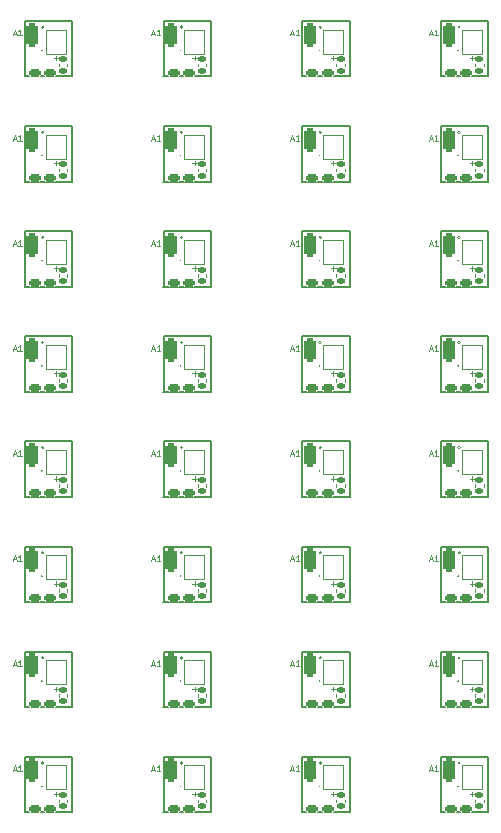
<source format=gbr>
G04 #@! TF.GenerationSoftware,KiCad,Pcbnew,7.0.7-7.0.7~ubuntu22.04.1*
G04 #@! TF.CreationDate,2024-03-29T17:55:08+00:00*
G04 #@! TF.ProjectId,receiver6_rep,72656365-6976-4657-9236-5f7265702e6b,rev?*
G04 #@! TF.SameCoordinates,Original*
G04 #@! TF.FileFunction,Legend,Top*
G04 #@! TF.FilePolarity,Positive*
%FSLAX46Y46*%
G04 Gerber Fmt 4.6, Leading zero omitted, Abs format (unit mm)*
G04 Created by KiCad (PCBNEW 7.0.7-7.0.7~ubuntu22.04.1) date 2024-03-29 17:55:08*
%MOMM*%
%LPD*%
G01*
G04 APERTURE LIST*
G04 Aperture macros list*
%AMRoundRect*
0 Rectangle with rounded corners*
0 $1 Rounding radius*
0 $2 $3 $4 $5 $6 $7 $8 $9 X,Y pos of 4 corners*
0 Add a 4 corners polygon primitive as box body*
4,1,4,$2,$3,$4,$5,$6,$7,$8,$9,$2,$3,0*
0 Add four circle primitives for the rounded corners*
1,1,$1+$1,$2,$3*
1,1,$1+$1,$4,$5*
1,1,$1+$1,$6,$7*
1,1,$1+$1,$8,$9*
0 Add four rect primitives between the rounded corners*
20,1,$1+$1,$2,$3,$4,$5,0*
20,1,$1+$1,$4,$5,$6,$7,0*
20,1,$1+$1,$6,$7,$8,$9,0*
20,1,$1+$1,$8,$9,$2,$3,0*%
G04 Aperture macros list end*
%ADD10C,0.150000*%
%ADD11C,0.125000*%
%ADD12C,0.120000*%
%ADD13R,4.000000X0.700000*%
%ADD14RoundRect,0.162500X0.362500X-0.162500X0.362500X0.162500X-0.362500X0.162500X-0.362500X-0.162500X0*%
%ADD15RoundRect,0.140000X-0.170000X0.140000X-0.170000X-0.140000X0.170000X-0.140000X0.170000X0.140000X0*%
%ADD16R,0.500000X0.400000*%
%ADD17RoundRect,0.250000X-0.250000X-0.750000X0.250000X-0.750000X0.250000X0.750000X-0.250000X0.750000X0*%
%ADD18C,0.227000*%
G04 APERTURE END LIST*
D10*
X67195000Y-48600000D02*
X71205000Y-48600000D01*
X82960000Y-43900000D02*
X82960000Y-48600000D01*
X94710000Y-88400000D02*
X94710000Y-93100000D01*
X71210000Y-61700000D02*
X71210000Y-66400000D01*
X78950000Y-61700000D02*
X82960000Y-61700000D01*
X78945000Y-57500000D02*
X82955000Y-57500000D01*
X90700000Y-61700000D02*
X94710000Y-61700000D01*
X55450000Y-57500000D02*
X55450000Y-52800000D01*
X94710000Y-52800000D02*
X94710000Y-57500000D01*
X78950000Y-79500000D02*
X82960000Y-79500000D01*
X71210000Y-79500000D02*
X71210000Y-84200000D01*
X82960000Y-88400000D02*
X82960000Y-93100000D01*
X59460000Y-79500000D02*
X59460000Y-84200000D01*
X90695000Y-110900000D02*
X94705000Y-110900000D01*
X55450000Y-102000000D02*
X55450000Y-97300000D01*
X55450000Y-43900000D02*
X59460000Y-43900000D01*
X55445000Y-110900000D02*
X59455000Y-110900000D01*
X55445000Y-84200000D02*
X59455000Y-84200000D01*
X59460000Y-88400000D02*
X59460000Y-93100000D01*
X67200000Y-61700000D02*
X71210000Y-61700000D01*
X90695000Y-75300000D02*
X94705000Y-75300000D01*
X82960000Y-97300000D02*
X82960000Y-102000000D01*
X67200000Y-52800000D02*
X71210000Y-52800000D01*
X55450000Y-52800000D02*
X59460000Y-52800000D01*
X59460000Y-43900000D02*
X59460000Y-48600000D01*
X90700000Y-84200000D02*
X90700000Y-79500000D01*
X67200000Y-66400000D02*
X67200000Y-61700000D01*
X67200000Y-84200000D02*
X67200000Y-79500000D01*
X90695000Y-66400000D02*
X94705000Y-66400000D01*
X55450000Y-93100000D02*
X55450000Y-88400000D01*
X71210000Y-43900000D02*
X71210000Y-48600000D01*
X90695000Y-84200000D02*
X94705000Y-84200000D01*
X55445000Y-93100000D02*
X59455000Y-93100000D01*
X78950000Y-110900000D02*
X78950000Y-106200000D01*
X94710000Y-70600000D02*
X94710000Y-75300000D01*
X55450000Y-79500000D02*
X59460000Y-79500000D01*
X78945000Y-48600000D02*
X82955000Y-48600000D01*
X90700000Y-79500000D02*
X94710000Y-79500000D01*
X59460000Y-52800000D02*
X59460000Y-57500000D01*
X90695000Y-93100000D02*
X94705000Y-93100000D01*
X78950000Y-106200000D02*
X82960000Y-106200000D01*
X90700000Y-75300000D02*
X90700000Y-70600000D01*
X55450000Y-48600000D02*
X55450000Y-43900000D01*
X71210000Y-52800000D02*
X71210000Y-57500000D01*
X90700000Y-110900000D02*
X90700000Y-106200000D01*
X55450000Y-61700000D02*
X59460000Y-61700000D01*
X78945000Y-93100000D02*
X82955000Y-93100000D01*
X55445000Y-102000000D02*
X59455000Y-102000000D01*
X82960000Y-106200000D02*
X82960000Y-110900000D01*
X78950000Y-70600000D02*
X82960000Y-70600000D01*
X55450000Y-84200000D02*
X55450000Y-79500000D01*
X67195000Y-84200000D02*
X71205000Y-84200000D01*
X90700000Y-93100000D02*
X90700000Y-88400000D01*
X67200000Y-88400000D02*
X71210000Y-88400000D01*
X90700000Y-43900000D02*
X94710000Y-43900000D01*
X78945000Y-75300000D02*
X82955000Y-75300000D01*
X59460000Y-106200000D02*
X59460000Y-110900000D01*
X55445000Y-75300000D02*
X59455000Y-75300000D01*
X90700000Y-102000000D02*
X90700000Y-97300000D01*
X55450000Y-88400000D02*
X59460000Y-88400000D01*
X90700000Y-48600000D02*
X90700000Y-43900000D01*
X90695000Y-48600000D02*
X94705000Y-48600000D01*
X55445000Y-57500000D02*
X59455000Y-57500000D01*
X78950000Y-52800000D02*
X82960000Y-52800000D01*
X78950000Y-66400000D02*
X78950000Y-61700000D01*
X55450000Y-110900000D02*
X55450000Y-106200000D01*
X67195000Y-102000000D02*
X71205000Y-102000000D01*
X90700000Y-70600000D02*
X94710000Y-70600000D01*
X82960000Y-79500000D02*
X82960000Y-84200000D01*
X67200000Y-48600000D02*
X67200000Y-43900000D01*
X78950000Y-84200000D02*
X78950000Y-79500000D01*
X55445000Y-66400000D02*
X59455000Y-66400000D01*
X78950000Y-48600000D02*
X78950000Y-43900000D01*
X78945000Y-102000000D02*
X82955000Y-102000000D01*
X94710000Y-79500000D02*
X94710000Y-84200000D01*
X67200000Y-75300000D02*
X67200000Y-70600000D01*
X59460000Y-97300000D02*
X59460000Y-102000000D01*
X82960000Y-52800000D02*
X82960000Y-57500000D01*
X90700000Y-57500000D02*
X90700000Y-52800000D01*
X67200000Y-43900000D02*
X71210000Y-43900000D01*
X55450000Y-97300000D02*
X59460000Y-97300000D01*
X78950000Y-88400000D02*
X82960000Y-88400000D01*
X55445000Y-48600000D02*
X59455000Y-48600000D01*
X67200000Y-102000000D02*
X67200000Y-97300000D01*
X71210000Y-97300000D02*
X71210000Y-102000000D01*
X78950000Y-43900000D02*
X82960000Y-43900000D01*
X59460000Y-61700000D02*
X59460000Y-66400000D01*
X94710000Y-97300000D02*
X94710000Y-102000000D01*
X71210000Y-88400000D02*
X71210000Y-93100000D01*
X90700000Y-106200000D02*
X94710000Y-106200000D01*
X78950000Y-75300000D02*
X78950000Y-70600000D01*
X67200000Y-93100000D02*
X67200000Y-88400000D01*
X90695000Y-102000000D02*
X94705000Y-102000000D01*
X55450000Y-66400000D02*
X55450000Y-61700000D01*
X94710000Y-61700000D02*
X94710000Y-66400000D01*
X90700000Y-52800000D02*
X94710000Y-52800000D01*
X67195000Y-75300000D02*
X71205000Y-75300000D01*
X67200000Y-70600000D02*
X71210000Y-70600000D01*
X67195000Y-93100000D02*
X71205000Y-93100000D01*
X78945000Y-110900000D02*
X82955000Y-110900000D01*
X78950000Y-57500000D02*
X78950000Y-52800000D01*
X67200000Y-110900000D02*
X67200000Y-106200000D01*
X90700000Y-66400000D02*
X90700000Y-61700000D01*
X67195000Y-110900000D02*
X71205000Y-110900000D01*
X78950000Y-97300000D02*
X82960000Y-97300000D01*
X67200000Y-106200000D02*
X71210000Y-106200000D01*
X67195000Y-66400000D02*
X71205000Y-66400000D01*
X78945000Y-84200000D02*
X82955000Y-84200000D01*
X71210000Y-106200000D02*
X71210000Y-110900000D01*
X67200000Y-79500000D02*
X71210000Y-79500000D01*
X67200000Y-97300000D02*
X71210000Y-97300000D01*
X55450000Y-106200000D02*
X59460000Y-106200000D01*
X90700000Y-97300000D02*
X94710000Y-97300000D01*
X78945000Y-66400000D02*
X82955000Y-66400000D01*
X71210000Y-70600000D02*
X71210000Y-75300000D01*
X94710000Y-43900000D02*
X94710000Y-48600000D01*
X82960000Y-61700000D02*
X82960000Y-66400000D01*
X90700000Y-88400000D02*
X94710000Y-88400000D01*
X94710000Y-106200000D02*
X94710000Y-110900000D01*
X82960000Y-70600000D02*
X82960000Y-75300000D01*
X55450000Y-70600000D02*
X59460000Y-70600000D01*
X78950000Y-102000000D02*
X78950000Y-97300000D01*
X78950000Y-93100000D02*
X78950000Y-88400000D01*
X67195000Y-57500000D02*
X71205000Y-57500000D01*
X59460000Y-70600000D02*
X59460000Y-75300000D01*
X90695000Y-57500000D02*
X94705000Y-57500000D01*
X67200000Y-57500000D02*
X67200000Y-52800000D01*
X55450000Y-75300000D02*
X55450000Y-70600000D01*
D11*
X80351283Y-99734690D02*
X80375093Y-99758500D01*
X80375093Y-99758500D02*
X80351283Y-99782309D01*
X80351283Y-99782309D02*
X80327474Y-99758500D01*
X80327474Y-99758500D02*
X80351283Y-99734690D01*
X80351283Y-99734690D02*
X80351283Y-99782309D01*
X69651283Y-47041833D02*
X70032236Y-47041833D01*
X69841759Y-47232309D02*
X69841759Y-46851357D01*
X57901283Y-73741833D02*
X58282236Y-73741833D01*
X58091759Y-73932309D02*
X58091759Y-73551357D01*
X81401283Y-109341833D02*
X81782236Y-109341833D01*
X81591759Y-109532309D02*
X81591759Y-109151357D01*
X81401283Y-91541833D02*
X81782236Y-91541833D01*
X81591759Y-91732309D02*
X81591759Y-91351357D01*
X69651283Y-82641833D02*
X70032236Y-82641833D01*
X69841759Y-82832309D02*
X69841759Y-82451357D01*
X93151283Y-82641833D02*
X93532236Y-82641833D01*
X93341759Y-82832309D02*
X93341759Y-82451357D01*
X56851283Y-64134690D02*
X56875093Y-64158500D01*
X56875093Y-64158500D02*
X56851283Y-64182309D01*
X56851283Y-64182309D02*
X56827474Y-64158500D01*
X56827474Y-64158500D02*
X56851283Y-64134690D01*
X56851283Y-64134690D02*
X56851283Y-64182309D01*
X80351283Y-90834690D02*
X80375093Y-90858500D01*
X80375093Y-90858500D02*
X80351283Y-90882309D01*
X80351283Y-90882309D02*
X80327474Y-90858500D01*
X80327474Y-90858500D02*
X80351283Y-90834690D01*
X80351283Y-90834690D02*
X80351283Y-90882309D01*
X69651283Y-55941833D02*
X70032236Y-55941833D01*
X69841759Y-56132309D02*
X69841759Y-55751357D01*
X54477474Y-89489452D02*
X54715569Y-89489452D01*
X54429855Y-89632309D02*
X54596521Y-89132309D01*
X54596521Y-89132309D02*
X54763188Y-89632309D01*
X55191759Y-89632309D02*
X54906045Y-89632309D01*
X55048902Y-89632309D02*
X55048902Y-89132309D01*
X55048902Y-89132309D02*
X55001283Y-89203738D01*
X55001283Y-89203738D02*
X54953664Y-89251357D01*
X54953664Y-89251357D02*
X54906045Y-89275166D01*
X68601283Y-90834690D02*
X68625093Y-90858500D01*
X68625093Y-90858500D02*
X68601283Y-90882309D01*
X68601283Y-90882309D02*
X68577474Y-90858500D01*
X68577474Y-90858500D02*
X68601283Y-90834690D01*
X68601283Y-90834690D02*
X68601283Y-90882309D01*
X81401283Y-73741833D02*
X81782236Y-73741833D01*
X81591759Y-73932309D02*
X81591759Y-73551357D01*
X66227474Y-80589452D02*
X66465569Y-80589452D01*
X66179855Y-80732309D02*
X66346521Y-80232309D01*
X66346521Y-80232309D02*
X66513188Y-80732309D01*
X66941759Y-80732309D02*
X66656045Y-80732309D01*
X66798902Y-80732309D02*
X66798902Y-80232309D01*
X66798902Y-80232309D02*
X66751283Y-80303738D01*
X66751283Y-80303738D02*
X66703664Y-80351357D01*
X66703664Y-80351357D02*
X66656045Y-80375166D01*
X54477474Y-62789452D02*
X54715569Y-62789452D01*
X54429855Y-62932309D02*
X54596521Y-62432309D01*
X54596521Y-62432309D02*
X54763188Y-62932309D01*
X55191759Y-62932309D02*
X54906045Y-62932309D01*
X55048902Y-62932309D02*
X55048902Y-62432309D01*
X55048902Y-62432309D02*
X55001283Y-62503738D01*
X55001283Y-62503738D02*
X54953664Y-62551357D01*
X54953664Y-62551357D02*
X54906045Y-62575166D01*
X54477474Y-71689452D02*
X54715569Y-71689452D01*
X54429855Y-71832309D02*
X54596521Y-71332309D01*
X54596521Y-71332309D02*
X54763188Y-71832309D01*
X55191759Y-71832309D02*
X54906045Y-71832309D01*
X55048902Y-71832309D02*
X55048902Y-71332309D01*
X55048902Y-71332309D02*
X55001283Y-71403738D01*
X55001283Y-71403738D02*
X54953664Y-71451357D01*
X54953664Y-71451357D02*
X54906045Y-71475166D01*
X80351283Y-73034690D02*
X80375093Y-73058500D01*
X80375093Y-73058500D02*
X80351283Y-73082309D01*
X80351283Y-73082309D02*
X80327474Y-73058500D01*
X80327474Y-73058500D02*
X80351283Y-73034690D01*
X80351283Y-73034690D02*
X80351283Y-73082309D01*
X77977474Y-62789452D02*
X78215569Y-62789452D01*
X77929855Y-62932309D02*
X78096521Y-62432309D01*
X78096521Y-62432309D02*
X78263188Y-62932309D01*
X78691759Y-62932309D02*
X78406045Y-62932309D01*
X78548902Y-62932309D02*
X78548902Y-62432309D01*
X78548902Y-62432309D02*
X78501283Y-62503738D01*
X78501283Y-62503738D02*
X78453664Y-62551357D01*
X78453664Y-62551357D02*
X78406045Y-62575166D01*
X89727474Y-98389452D02*
X89965569Y-98389452D01*
X89679855Y-98532309D02*
X89846521Y-98032309D01*
X89846521Y-98032309D02*
X90013188Y-98532309D01*
X90441759Y-98532309D02*
X90156045Y-98532309D01*
X90298902Y-98532309D02*
X90298902Y-98032309D01*
X90298902Y-98032309D02*
X90251283Y-98103738D01*
X90251283Y-98103738D02*
X90203664Y-98151357D01*
X90203664Y-98151357D02*
X90156045Y-98175166D01*
X56851283Y-108634690D02*
X56875093Y-108658500D01*
X56875093Y-108658500D02*
X56851283Y-108682309D01*
X56851283Y-108682309D02*
X56827474Y-108658500D01*
X56827474Y-108658500D02*
X56851283Y-108634690D01*
X56851283Y-108634690D02*
X56851283Y-108682309D01*
X66227474Y-98389452D02*
X66465569Y-98389452D01*
X66179855Y-98532309D02*
X66346521Y-98032309D01*
X66346521Y-98032309D02*
X66513188Y-98532309D01*
X66941759Y-98532309D02*
X66656045Y-98532309D01*
X66798902Y-98532309D02*
X66798902Y-98032309D01*
X66798902Y-98032309D02*
X66751283Y-98103738D01*
X66751283Y-98103738D02*
X66703664Y-98151357D01*
X66703664Y-98151357D02*
X66656045Y-98175166D01*
X68601283Y-73034690D02*
X68625093Y-73058500D01*
X68625093Y-73058500D02*
X68601283Y-73082309D01*
X68601283Y-73082309D02*
X68577474Y-73058500D01*
X68577474Y-73058500D02*
X68601283Y-73034690D01*
X68601283Y-73034690D02*
X68601283Y-73082309D01*
X54477474Y-44989452D02*
X54715569Y-44989452D01*
X54429855Y-45132309D02*
X54596521Y-44632309D01*
X54596521Y-44632309D02*
X54763188Y-45132309D01*
X55191759Y-45132309D02*
X54906045Y-45132309D01*
X55048902Y-45132309D02*
X55048902Y-44632309D01*
X55048902Y-44632309D02*
X55001283Y-44703738D01*
X55001283Y-44703738D02*
X54953664Y-44751357D01*
X54953664Y-44751357D02*
X54906045Y-44775166D01*
X68601283Y-108634690D02*
X68625093Y-108658500D01*
X68625093Y-108658500D02*
X68601283Y-108682309D01*
X68601283Y-108682309D02*
X68577474Y-108658500D01*
X68577474Y-108658500D02*
X68601283Y-108634690D01*
X68601283Y-108634690D02*
X68601283Y-108682309D01*
X89727474Y-44989452D02*
X89965569Y-44989452D01*
X89679855Y-45132309D02*
X89846521Y-44632309D01*
X89846521Y-44632309D02*
X90013188Y-45132309D01*
X90441759Y-45132309D02*
X90156045Y-45132309D01*
X90298902Y-45132309D02*
X90298902Y-44632309D01*
X90298902Y-44632309D02*
X90251283Y-44703738D01*
X90251283Y-44703738D02*
X90203664Y-44751357D01*
X90203664Y-44751357D02*
X90156045Y-44775166D01*
X68601283Y-99734690D02*
X68625093Y-99758500D01*
X68625093Y-99758500D02*
X68601283Y-99782309D01*
X68601283Y-99782309D02*
X68577474Y-99758500D01*
X68577474Y-99758500D02*
X68601283Y-99734690D01*
X68601283Y-99734690D02*
X68601283Y-99782309D01*
X93151283Y-91541833D02*
X93532236Y-91541833D01*
X93341759Y-91732309D02*
X93341759Y-91351357D01*
X92101283Y-55234690D02*
X92125093Y-55258500D01*
X92125093Y-55258500D02*
X92101283Y-55282309D01*
X92101283Y-55282309D02*
X92077474Y-55258500D01*
X92077474Y-55258500D02*
X92101283Y-55234690D01*
X92101283Y-55234690D02*
X92101283Y-55282309D01*
X80351283Y-64134690D02*
X80375093Y-64158500D01*
X80375093Y-64158500D02*
X80351283Y-64182309D01*
X80351283Y-64182309D02*
X80327474Y-64158500D01*
X80327474Y-64158500D02*
X80351283Y-64134690D01*
X80351283Y-64134690D02*
X80351283Y-64182309D01*
X56851283Y-46334690D02*
X56875093Y-46358500D01*
X56875093Y-46358500D02*
X56851283Y-46382309D01*
X56851283Y-46382309D02*
X56827474Y-46358500D01*
X56827474Y-46358500D02*
X56851283Y-46334690D01*
X56851283Y-46334690D02*
X56851283Y-46382309D01*
X68601283Y-64134690D02*
X68625093Y-64158500D01*
X68625093Y-64158500D02*
X68601283Y-64182309D01*
X68601283Y-64182309D02*
X68577474Y-64158500D01*
X68577474Y-64158500D02*
X68601283Y-64134690D01*
X68601283Y-64134690D02*
X68601283Y-64182309D01*
X66227474Y-89489452D02*
X66465569Y-89489452D01*
X66179855Y-89632309D02*
X66346521Y-89132309D01*
X66346521Y-89132309D02*
X66513188Y-89632309D01*
X66941759Y-89632309D02*
X66656045Y-89632309D01*
X66798902Y-89632309D02*
X66798902Y-89132309D01*
X66798902Y-89132309D02*
X66751283Y-89203738D01*
X66751283Y-89203738D02*
X66703664Y-89251357D01*
X66703664Y-89251357D02*
X66656045Y-89275166D01*
X92101283Y-108634690D02*
X92125093Y-108658500D01*
X92125093Y-108658500D02*
X92101283Y-108682309D01*
X92101283Y-108682309D02*
X92077474Y-108658500D01*
X92077474Y-108658500D02*
X92101283Y-108634690D01*
X92101283Y-108634690D02*
X92101283Y-108682309D01*
X93151283Y-64841833D02*
X93532236Y-64841833D01*
X93341759Y-65032309D02*
X93341759Y-64651357D01*
X56851283Y-55234690D02*
X56875093Y-55258500D01*
X56875093Y-55258500D02*
X56851283Y-55282309D01*
X56851283Y-55282309D02*
X56827474Y-55258500D01*
X56827474Y-55258500D02*
X56851283Y-55234690D01*
X56851283Y-55234690D02*
X56851283Y-55282309D01*
X92101283Y-64134690D02*
X92125093Y-64158500D01*
X92125093Y-64158500D02*
X92101283Y-64182309D01*
X92101283Y-64182309D02*
X92077474Y-64158500D01*
X92077474Y-64158500D02*
X92101283Y-64134690D01*
X92101283Y-64134690D02*
X92101283Y-64182309D01*
X80351283Y-108634690D02*
X80375093Y-108658500D01*
X80375093Y-108658500D02*
X80351283Y-108682309D01*
X80351283Y-108682309D02*
X80327474Y-108658500D01*
X80327474Y-108658500D02*
X80351283Y-108634690D01*
X80351283Y-108634690D02*
X80351283Y-108682309D01*
X69651283Y-91541833D02*
X70032236Y-91541833D01*
X69841759Y-91732309D02*
X69841759Y-91351357D01*
X56851283Y-81934690D02*
X56875093Y-81958500D01*
X56875093Y-81958500D02*
X56851283Y-81982309D01*
X56851283Y-81982309D02*
X56827474Y-81958500D01*
X56827474Y-81958500D02*
X56851283Y-81934690D01*
X56851283Y-81934690D02*
X56851283Y-81982309D01*
X89727474Y-53889452D02*
X89965569Y-53889452D01*
X89679855Y-54032309D02*
X89846521Y-53532309D01*
X89846521Y-53532309D02*
X90013188Y-54032309D01*
X90441759Y-54032309D02*
X90156045Y-54032309D01*
X90298902Y-54032309D02*
X90298902Y-53532309D01*
X90298902Y-53532309D02*
X90251283Y-53603738D01*
X90251283Y-53603738D02*
X90203664Y-53651357D01*
X90203664Y-53651357D02*
X90156045Y-53675166D01*
X89727474Y-71689452D02*
X89965569Y-71689452D01*
X89679855Y-71832309D02*
X89846521Y-71332309D01*
X89846521Y-71332309D02*
X90013188Y-71832309D01*
X90441759Y-71832309D02*
X90156045Y-71832309D01*
X90298902Y-71832309D02*
X90298902Y-71332309D01*
X90298902Y-71332309D02*
X90251283Y-71403738D01*
X90251283Y-71403738D02*
X90203664Y-71451357D01*
X90203664Y-71451357D02*
X90156045Y-71475166D01*
X77977474Y-71689452D02*
X78215569Y-71689452D01*
X77929855Y-71832309D02*
X78096521Y-71332309D01*
X78096521Y-71332309D02*
X78263188Y-71832309D01*
X78691759Y-71832309D02*
X78406045Y-71832309D01*
X78548902Y-71832309D02*
X78548902Y-71332309D01*
X78548902Y-71332309D02*
X78501283Y-71403738D01*
X78501283Y-71403738D02*
X78453664Y-71451357D01*
X78453664Y-71451357D02*
X78406045Y-71475166D01*
X93151283Y-73741833D02*
X93532236Y-73741833D01*
X93341759Y-73932309D02*
X93341759Y-73551357D01*
X77977474Y-44989452D02*
X78215569Y-44989452D01*
X77929855Y-45132309D02*
X78096521Y-44632309D01*
X78096521Y-44632309D02*
X78263188Y-45132309D01*
X78691759Y-45132309D02*
X78406045Y-45132309D01*
X78548902Y-45132309D02*
X78548902Y-44632309D01*
X78548902Y-44632309D02*
X78501283Y-44703738D01*
X78501283Y-44703738D02*
X78453664Y-44751357D01*
X78453664Y-44751357D02*
X78406045Y-44775166D01*
X68601283Y-55234690D02*
X68625093Y-55258500D01*
X68625093Y-55258500D02*
X68601283Y-55282309D01*
X68601283Y-55282309D02*
X68577474Y-55258500D01*
X68577474Y-55258500D02*
X68601283Y-55234690D01*
X68601283Y-55234690D02*
X68601283Y-55282309D01*
X92101283Y-90834690D02*
X92125093Y-90858500D01*
X92125093Y-90858500D02*
X92101283Y-90882309D01*
X92101283Y-90882309D02*
X92077474Y-90858500D01*
X92077474Y-90858500D02*
X92101283Y-90834690D01*
X92101283Y-90834690D02*
X92101283Y-90882309D01*
X69651283Y-64841833D02*
X70032236Y-64841833D01*
X69841759Y-65032309D02*
X69841759Y-64651357D01*
X69651283Y-73741833D02*
X70032236Y-73741833D01*
X69841759Y-73932309D02*
X69841759Y-73551357D01*
X81401283Y-82641833D02*
X81782236Y-82641833D01*
X81591759Y-82832309D02*
X81591759Y-82451357D01*
X57901283Y-64841833D02*
X58282236Y-64841833D01*
X58091759Y-65032309D02*
X58091759Y-64651357D01*
X89727474Y-62789452D02*
X89965569Y-62789452D01*
X89679855Y-62932309D02*
X89846521Y-62432309D01*
X89846521Y-62432309D02*
X90013188Y-62932309D01*
X90441759Y-62932309D02*
X90156045Y-62932309D01*
X90298902Y-62932309D02*
X90298902Y-62432309D01*
X90298902Y-62432309D02*
X90251283Y-62503738D01*
X90251283Y-62503738D02*
X90203664Y-62551357D01*
X90203664Y-62551357D02*
X90156045Y-62575166D01*
X93151283Y-109341833D02*
X93532236Y-109341833D01*
X93341759Y-109532309D02*
X93341759Y-109151357D01*
X81401283Y-55941833D02*
X81782236Y-55941833D01*
X81591759Y-56132309D02*
X81591759Y-55751357D01*
X80351283Y-46334690D02*
X80375093Y-46358500D01*
X80375093Y-46358500D02*
X80351283Y-46382309D01*
X80351283Y-46382309D02*
X80327474Y-46358500D01*
X80327474Y-46358500D02*
X80351283Y-46334690D01*
X80351283Y-46334690D02*
X80351283Y-46382309D01*
X81401283Y-64841833D02*
X81782236Y-64841833D01*
X81591759Y-65032309D02*
X81591759Y-64651357D01*
X57901283Y-82641833D02*
X58282236Y-82641833D01*
X58091759Y-82832309D02*
X58091759Y-82451357D01*
X77977474Y-107289452D02*
X78215569Y-107289452D01*
X77929855Y-107432309D02*
X78096521Y-106932309D01*
X78096521Y-106932309D02*
X78263188Y-107432309D01*
X78691759Y-107432309D02*
X78406045Y-107432309D01*
X78548902Y-107432309D02*
X78548902Y-106932309D01*
X78548902Y-106932309D02*
X78501283Y-107003738D01*
X78501283Y-107003738D02*
X78453664Y-107051357D01*
X78453664Y-107051357D02*
X78406045Y-107075166D01*
X54477474Y-107289452D02*
X54715569Y-107289452D01*
X54429855Y-107432309D02*
X54596521Y-106932309D01*
X54596521Y-106932309D02*
X54763188Y-107432309D01*
X55191759Y-107432309D02*
X54906045Y-107432309D01*
X55048902Y-107432309D02*
X55048902Y-106932309D01*
X55048902Y-106932309D02*
X55001283Y-107003738D01*
X55001283Y-107003738D02*
X54953664Y-107051357D01*
X54953664Y-107051357D02*
X54906045Y-107075166D01*
X77977474Y-80589452D02*
X78215569Y-80589452D01*
X77929855Y-80732309D02*
X78096521Y-80232309D01*
X78096521Y-80232309D02*
X78263188Y-80732309D01*
X78691759Y-80732309D02*
X78406045Y-80732309D01*
X78548902Y-80732309D02*
X78548902Y-80232309D01*
X78548902Y-80232309D02*
X78501283Y-80303738D01*
X78501283Y-80303738D02*
X78453664Y-80351357D01*
X78453664Y-80351357D02*
X78406045Y-80375166D01*
X57901283Y-109341833D02*
X58282236Y-109341833D01*
X58091759Y-109532309D02*
X58091759Y-109151357D01*
X66227474Y-62789452D02*
X66465569Y-62789452D01*
X66179855Y-62932309D02*
X66346521Y-62432309D01*
X66346521Y-62432309D02*
X66513188Y-62932309D01*
X66941759Y-62932309D02*
X66656045Y-62932309D01*
X66798902Y-62932309D02*
X66798902Y-62432309D01*
X66798902Y-62432309D02*
X66751283Y-62503738D01*
X66751283Y-62503738D02*
X66703664Y-62551357D01*
X66703664Y-62551357D02*
X66656045Y-62575166D01*
X57901283Y-91541833D02*
X58282236Y-91541833D01*
X58091759Y-91732309D02*
X58091759Y-91351357D01*
X68601283Y-46334690D02*
X68625093Y-46358500D01*
X68625093Y-46358500D02*
X68601283Y-46382309D01*
X68601283Y-46382309D02*
X68577474Y-46358500D01*
X68577474Y-46358500D02*
X68601283Y-46334690D01*
X68601283Y-46334690D02*
X68601283Y-46382309D01*
X69651283Y-100441833D02*
X70032236Y-100441833D01*
X69841759Y-100632309D02*
X69841759Y-100251357D01*
X66227474Y-44989452D02*
X66465569Y-44989452D01*
X66179855Y-45132309D02*
X66346521Y-44632309D01*
X66346521Y-44632309D02*
X66513188Y-45132309D01*
X66941759Y-45132309D02*
X66656045Y-45132309D01*
X66798902Y-45132309D02*
X66798902Y-44632309D01*
X66798902Y-44632309D02*
X66751283Y-44703738D01*
X66751283Y-44703738D02*
X66703664Y-44751357D01*
X66703664Y-44751357D02*
X66656045Y-44775166D01*
X56851283Y-73034690D02*
X56875093Y-73058500D01*
X56875093Y-73058500D02*
X56851283Y-73082309D01*
X56851283Y-73082309D02*
X56827474Y-73058500D01*
X56827474Y-73058500D02*
X56851283Y-73034690D01*
X56851283Y-73034690D02*
X56851283Y-73082309D01*
X92101283Y-99734690D02*
X92125093Y-99758500D01*
X92125093Y-99758500D02*
X92101283Y-99782309D01*
X92101283Y-99782309D02*
X92077474Y-99758500D01*
X92077474Y-99758500D02*
X92101283Y-99734690D01*
X92101283Y-99734690D02*
X92101283Y-99782309D01*
X93151283Y-55941833D02*
X93532236Y-55941833D01*
X93341759Y-56132309D02*
X93341759Y-55751357D01*
X54477474Y-98389452D02*
X54715569Y-98389452D01*
X54429855Y-98532309D02*
X54596521Y-98032309D01*
X54596521Y-98032309D02*
X54763188Y-98532309D01*
X55191759Y-98532309D02*
X54906045Y-98532309D01*
X55048902Y-98532309D02*
X55048902Y-98032309D01*
X55048902Y-98032309D02*
X55001283Y-98103738D01*
X55001283Y-98103738D02*
X54953664Y-98151357D01*
X54953664Y-98151357D02*
X54906045Y-98175166D01*
X89727474Y-89489452D02*
X89965569Y-89489452D01*
X89679855Y-89632309D02*
X89846521Y-89132309D01*
X89846521Y-89132309D02*
X90013188Y-89632309D01*
X90441759Y-89632309D02*
X90156045Y-89632309D01*
X90298902Y-89632309D02*
X90298902Y-89132309D01*
X90298902Y-89132309D02*
X90251283Y-89203738D01*
X90251283Y-89203738D02*
X90203664Y-89251357D01*
X90203664Y-89251357D02*
X90156045Y-89275166D01*
X89727474Y-80589452D02*
X89965569Y-80589452D01*
X89679855Y-80732309D02*
X89846521Y-80232309D01*
X89846521Y-80232309D02*
X90013188Y-80732309D01*
X90441759Y-80732309D02*
X90156045Y-80732309D01*
X90298902Y-80732309D02*
X90298902Y-80232309D01*
X90298902Y-80232309D02*
X90251283Y-80303738D01*
X90251283Y-80303738D02*
X90203664Y-80351357D01*
X90203664Y-80351357D02*
X90156045Y-80375166D01*
X80351283Y-81934690D02*
X80375093Y-81958500D01*
X80375093Y-81958500D02*
X80351283Y-81982309D01*
X80351283Y-81982309D02*
X80327474Y-81958500D01*
X80327474Y-81958500D02*
X80351283Y-81934690D01*
X80351283Y-81934690D02*
X80351283Y-81982309D01*
X77977474Y-53889452D02*
X78215569Y-53889452D01*
X77929855Y-54032309D02*
X78096521Y-53532309D01*
X78096521Y-53532309D02*
X78263188Y-54032309D01*
X78691759Y-54032309D02*
X78406045Y-54032309D01*
X78548902Y-54032309D02*
X78548902Y-53532309D01*
X78548902Y-53532309D02*
X78501283Y-53603738D01*
X78501283Y-53603738D02*
X78453664Y-53651357D01*
X78453664Y-53651357D02*
X78406045Y-53675166D01*
X57901283Y-55941833D02*
X58282236Y-55941833D01*
X58091759Y-56132309D02*
X58091759Y-55751357D01*
X54477474Y-80589452D02*
X54715569Y-80589452D01*
X54429855Y-80732309D02*
X54596521Y-80232309D01*
X54596521Y-80232309D02*
X54763188Y-80732309D01*
X55191759Y-80732309D02*
X54906045Y-80732309D01*
X55048902Y-80732309D02*
X55048902Y-80232309D01*
X55048902Y-80232309D02*
X55001283Y-80303738D01*
X55001283Y-80303738D02*
X54953664Y-80351357D01*
X54953664Y-80351357D02*
X54906045Y-80375166D01*
X57901283Y-100441833D02*
X58282236Y-100441833D01*
X58091759Y-100632309D02*
X58091759Y-100251357D01*
X68601283Y-81934690D02*
X68625093Y-81958500D01*
X68625093Y-81958500D02*
X68601283Y-81982309D01*
X68601283Y-81982309D02*
X68577474Y-81958500D01*
X68577474Y-81958500D02*
X68601283Y-81934690D01*
X68601283Y-81934690D02*
X68601283Y-81982309D01*
X93151283Y-100441833D02*
X93532236Y-100441833D01*
X93341759Y-100632309D02*
X93341759Y-100251357D01*
X81401283Y-100441833D02*
X81782236Y-100441833D01*
X81591759Y-100632309D02*
X81591759Y-100251357D01*
X66227474Y-71689452D02*
X66465569Y-71689452D01*
X66179855Y-71832309D02*
X66346521Y-71332309D01*
X66346521Y-71332309D02*
X66513188Y-71832309D01*
X66941759Y-71832309D02*
X66656045Y-71832309D01*
X66798902Y-71832309D02*
X66798902Y-71332309D01*
X66798902Y-71332309D02*
X66751283Y-71403738D01*
X66751283Y-71403738D02*
X66703664Y-71451357D01*
X66703664Y-71451357D02*
X66656045Y-71475166D01*
X77977474Y-98389452D02*
X78215569Y-98389452D01*
X77929855Y-98532309D02*
X78096521Y-98032309D01*
X78096521Y-98032309D02*
X78263188Y-98532309D01*
X78691759Y-98532309D02*
X78406045Y-98532309D01*
X78548902Y-98532309D02*
X78548902Y-98032309D01*
X78548902Y-98032309D02*
X78501283Y-98103738D01*
X78501283Y-98103738D02*
X78453664Y-98151357D01*
X78453664Y-98151357D02*
X78406045Y-98175166D01*
X57901283Y-47041833D02*
X58282236Y-47041833D01*
X58091759Y-47232309D02*
X58091759Y-46851357D01*
X56851283Y-99734690D02*
X56875093Y-99758500D01*
X56875093Y-99758500D02*
X56851283Y-99782309D01*
X56851283Y-99782309D02*
X56827474Y-99758500D01*
X56827474Y-99758500D02*
X56851283Y-99734690D01*
X56851283Y-99734690D02*
X56851283Y-99782309D01*
X66227474Y-107289452D02*
X66465569Y-107289452D01*
X66179855Y-107432309D02*
X66346521Y-106932309D01*
X66346521Y-106932309D02*
X66513188Y-107432309D01*
X66941759Y-107432309D02*
X66656045Y-107432309D01*
X66798902Y-107432309D02*
X66798902Y-106932309D01*
X66798902Y-106932309D02*
X66751283Y-107003738D01*
X66751283Y-107003738D02*
X66703664Y-107051357D01*
X66703664Y-107051357D02*
X66656045Y-107075166D01*
X80351283Y-55234690D02*
X80375093Y-55258500D01*
X80375093Y-55258500D02*
X80351283Y-55282309D01*
X80351283Y-55282309D02*
X80327474Y-55258500D01*
X80327474Y-55258500D02*
X80351283Y-55234690D01*
X80351283Y-55234690D02*
X80351283Y-55282309D01*
X69651283Y-109341833D02*
X70032236Y-109341833D01*
X69841759Y-109532309D02*
X69841759Y-109151357D01*
X92101283Y-81934690D02*
X92125093Y-81958500D01*
X92125093Y-81958500D02*
X92101283Y-81982309D01*
X92101283Y-81982309D02*
X92077474Y-81958500D01*
X92077474Y-81958500D02*
X92101283Y-81934690D01*
X92101283Y-81934690D02*
X92101283Y-81982309D01*
X92101283Y-46334690D02*
X92125093Y-46358500D01*
X92125093Y-46358500D02*
X92101283Y-46382309D01*
X92101283Y-46382309D02*
X92077474Y-46358500D01*
X92077474Y-46358500D02*
X92101283Y-46334690D01*
X92101283Y-46334690D02*
X92101283Y-46382309D01*
X56851283Y-90834690D02*
X56875093Y-90858500D01*
X56875093Y-90858500D02*
X56851283Y-90882309D01*
X56851283Y-90882309D02*
X56827474Y-90858500D01*
X56827474Y-90858500D02*
X56851283Y-90834690D01*
X56851283Y-90834690D02*
X56851283Y-90882309D01*
X89727474Y-107289452D02*
X89965569Y-107289452D01*
X89679855Y-107432309D02*
X89846521Y-106932309D01*
X89846521Y-106932309D02*
X90013188Y-107432309D01*
X90441759Y-107432309D02*
X90156045Y-107432309D01*
X90298902Y-107432309D02*
X90298902Y-106932309D01*
X90298902Y-106932309D02*
X90251283Y-107003738D01*
X90251283Y-107003738D02*
X90203664Y-107051357D01*
X90203664Y-107051357D02*
X90156045Y-107075166D01*
X81401283Y-47041833D02*
X81782236Y-47041833D01*
X81591759Y-47232309D02*
X81591759Y-46851357D01*
X92101283Y-73034690D02*
X92125093Y-73058500D01*
X92125093Y-73058500D02*
X92101283Y-73082309D01*
X92101283Y-73082309D02*
X92077474Y-73058500D01*
X92077474Y-73058500D02*
X92101283Y-73034690D01*
X92101283Y-73034690D02*
X92101283Y-73082309D01*
X93151283Y-47041833D02*
X93532236Y-47041833D01*
X93341759Y-47232309D02*
X93341759Y-46851357D01*
X77977474Y-89489452D02*
X78215569Y-89489452D01*
X77929855Y-89632309D02*
X78096521Y-89132309D01*
X78096521Y-89132309D02*
X78263188Y-89632309D01*
X78691759Y-89632309D02*
X78406045Y-89632309D01*
X78548902Y-89632309D02*
X78548902Y-89132309D01*
X78548902Y-89132309D02*
X78501283Y-89203738D01*
X78501283Y-89203738D02*
X78453664Y-89251357D01*
X78453664Y-89251357D02*
X78406045Y-89275166D01*
X54477474Y-53889452D02*
X54715569Y-53889452D01*
X54429855Y-54032309D02*
X54596521Y-53532309D01*
X54596521Y-53532309D02*
X54763188Y-54032309D01*
X55191759Y-54032309D02*
X54906045Y-54032309D01*
X55048902Y-54032309D02*
X55048902Y-53532309D01*
X55048902Y-53532309D02*
X55001283Y-53603738D01*
X55001283Y-53603738D02*
X54953664Y-53651357D01*
X54953664Y-53651357D02*
X54906045Y-53675166D01*
X66227474Y-53889452D02*
X66465569Y-53889452D01*
X66179855Y-54032309D02*
X66346521Y-53532309D01*
X66346521Y-53532309D02*
X66513188Y-54032309D01*
X66941759Y-54032309D02*
X66656045Y-54032309D01*
X66798902Y-54032309D02*
X66798902Y-53532309D01*
X66798902Y-53532309D02*
X66751283Y-53603738D01*
X66751283Y-53603738D02*
X66703664Y-53651357D01*
X66703664Y-53651357D02*
X66656045Y-53675166D01*
D12*
X59060000Y-100922164D02*
X59060000Y-101137836D01*
X58340000Y-100922164D02*
X58340000Y-101137836D01*
X92475600Y-53528900D02*
X92475600Y-55561100D01*
X92475600Y-55561100D02*
X94169400Y-55561100D01*
X94169400Y-53528900D02*
X92475600Y-53528900D01*
X94169400Y-55561100D02*
X94169400Y-53528900D01*
X92329363Y-53325700D02*
G75*
G03*
X92329363Y-53325700I-107763J0D01*
G01*
X80725600Y-80228900D02*
X80725600Y-82261100D01*
X80725600Y-82261100D02*
X82419400Y-82261100D01*
X82419400Y-80228900D02*
X80725600Y-80228900D01*
X82419400Y-82261100D02*
X82419400Y-80228900D01*
X80579363Y-80025700D02*
G75*
G03*
X80579363Y-80025700I-107763J0D01*
G01*
X80725600Y-89128900D02*
X80725600Y-91161100D01*
X80725600Y-91161100D02*
X82419400Y-91161100D01*
X82419400Y-89128900D02*
X80725600Y-89128900D01*
X82419400Y-91161100D02*
X82419400Y-89128900D01*
X80579363Y-88925700D02*
G75*
G03*
X80579363Y-88925700I-107763J0D01*
G01*
X80725600Y-53528900D02*
X80725600Y-55561100D01*
X80725600Y-55561100D02*
X82419400Y-55561100D01*
X82419400Y-53528900D02*
X80725600Y-53528900D01*
X82419400Y-55561100D02*
X82419400Y-53528900D01*
X80579363Y-53325700D02*
G75*
G03*
X80579363Y-53325700I-107763J0D01*
G01*
X92475600Y-44628900D02*
X92475600Y-46661100D01*
X92475600Y-46661100D02*
X94169400Y-46661100D01*
X94169400Y-44628900D02*
X92475600Y-44628900D01*
X94169400Y-46661100D02*
X94169400Y-44628900D01*
X92329363Y-44425700D02*
G75*
G03*
X92329363Y-44425700I-107763J0D01*
G01*
X57225600Y-106928900D02*
X57225600Y-108961100D01*
X57225600Y-108961100D02*
X58919400Y-108961100D01*
X58919400Y-106928900D02*
X57225600Y-106928900D01*
X58919400Y-108961100D02*
X58919400Y-106928900D01*
X57079363Y-106725700D02*
G75*
G03*
X57079363Y-106725700I-107763J0D01*
G01*
X68975600Y-98028900D02*
X68975600Y-100061100D01*
X68975600Y-100061100D02*
X70669400Y-100061100D01*
X70669400Y-98028900D02*
X68975600Y-98028900D01*
X70669400Y-100061100D02*
X70669400Y-98028900D01*
X68829363Y-97825700D02*
G75*
G03*
X68829363Y-97825700I-107763J0D01*
G01*
X80725600Y-106928900D02*
X80725600Y-108961100D01*
X80725600Y-108961100D02*
X82419400Y-108961100D01*
X82419400Y-106928900D02*
X80725600Y-106928900D01*
X82419400Y-108961100D02*
X82419400Y-106928900D01*
X80579363Y-106725700D02*
G75*
G03*
X80579363Y-106725700I-107763J0D01*
G01*
X70810000Y-56422164D02*
X70810000Y-56637836D01*
X70090000Y-56422164D02*
X70090000Y-56637836D01*
X92475600Y-98028900D02*
X92475600Y-100061100D01*
X92475600Y-100061100D02*
X94169400Y-100061100D01*
X94169400Y-98028900D02*
X92475600Y-98028900D01*
X94169400Y-100061100D02*
X94169400Y-98028900D01*
X92329363Y-97825700D02*
G75*
G03*
X92329363Y-97825700I-107763J0D01*
G01*
X57225600Y-98028900D02*
X57225600Y-100061100D01*
X57225600Y-100061100D02*
X58919400Y-100061100D01*
X58919400Y-98028900D02*
X57225600Y-98028900D01*
X58919400Y-100061100D02*
X58919400Y-98028900D01*
X57079363Y-97825700D02*
G75*
G03*
X57079363Y-97825700I-107763J0D01*
G01*
X82560000Y-109822164D02*
X82560000Y-110037836D01*
X81840000Y-109822164D02*
X81840000Y-110037836D01*
X82560000Y-92022164D02*
X82560000Y-92237836D01*
X81840000Y-92022164D02*
X81840000Y-92237836D01*
X80725600Y-71328900D02*
X80725600Y-73361100D01*
X80725600Y-73361100D02*
X82419400Y-73361100D01*
X82419400Y-71328900D02*
X80725600Y-71328900D01*
X82419400Y-73361100D02*
X82419400Y-71328900D01*
X80579363Y-71125700D02*
G75*
G03*
X80579363Y-71125700I-107763J0D01*
G01*
X68975600Y-53528900D02*
X68975600Y-55561100D01*
X68975600Y-55561100D02*
X70669400Y-55561100D01*
X70669400Y-53528900D02*
X68975600Y-53528900D01*
X70669400Y-55561100D02*
X70669400Y-53528900D01*
X68829363Y-53325700D02*
G75*
G03*
X68829363Y-53325700I-107763J0D01*
G01*
X82560000Y-65322164D02*
X82560000Y-65537836D01*
X81840000Y-65322164D02*
X81840000Y-65537836D01*
X70810000Y-100922164D02*
X70810000Y-101137836D01*
X70090000Y-100922164D02*
X70090000Y-101137836D01*
X57225600Y-62428900D02*
X57225600Y-64461100D01*
X57225600Y-64461100D02*
X58919400Y-64461100D01*
X58919400Y-62428900D02*
X57225600Y-62428900D01*
X58919400Y-64461100D02*
X58919400Y-62428900D01*
X57079363Y-62225700D02*
G75*
G03*
X57079363Y-62225700I-107763J0D01*
G01*
X59060000Y-92022164D02*
X59060000Y-92237836D01*
X58340000Y-92022164D02*
X58340000Y-92237836D01*
X80725600Y-44628900D02*
X80725600Y-46661100D01*
X80725600Y-46661100D02*
X82419400Y-46661100D01*
X82419400Y-44628900D02*
X80725600Y-44628900D01*
X82419400Y-46661100D02*
X82419400Y-44628900D01*
X80579363Y-44425700D02*
G75*
G03*
X80579363Y-44425700I-107763J0D01*
G01*
X70810000Y-65322164D02*
X70810000Y-65537836D01*
X70090000Y-65322164D02*
X70090000Y-65537836D01*
X82560000Y-56422164D02*
X82560000Y-56637836D01*
X81840000Y-56422164D02*
X81840000Y-56637836D01*
X82560000Y-83122164D02*
X82560000Y-83337836D01*
X81840000Y-83122164D02*
X81840000Y-83337836D01*
X59060000Y-83122164D02*
X59060000Y-83337836D01*
X58340000Y-83122164D02*
X58340000Y-83337836D01*
X92475600Y-89128900D02*
X92475600Y-91161100D01*
X92475600Y-91161100D02*
X94169400Y-91161100D01*
X94169400Y-89128900D02*
X92475600Y-89128900D01*
X94169400Y-91161100D02*
X94169400Y-89128900D01*
X92329363Y-88925700D02*
G75*
G03*
X92329363Y-88925700I-107763J0D01*
G01*
X59060000Y-65322164D02*
X59060000Y-65537836D01*
X58340000Y-65322164D02*
X58340000Y-65537836D01*
X94310000Y-74222164D02*
X94310000Y-74437836D01*
X93590000Y-74222164D02*
X93590000Y-74437836D01*
X70810000Y-109822164D02*
X70810000Y-110037836D01*
X70090000Y-109822164D02*
X70090000Y-110037836D01*
X92475600Y-62428900D02*
X92475600Y-64461100D01*
X92475600Y-64461100D02*
X94169400Y-64461100D01*
X94169400Y-62428900D02*
X92475600Y-62428900D01*
X94169400Y-64461100D02*
X94169400Y-62428900D01*
X92329363Y-62225700D02*
G75*
G03*
X92329363Y-62225700I-107763J0D01*
G01*
X59060000Y-74222164D02*
X59060000Y-74437836D01*
X58340000Y-74222164D02*
X58340000Y-74437836D01*
X70810000Y-83122164D02*
X70810000Y-83337836D01*
X70090000Y-83122164D02*
X70090000Y-83337836D01*
X57225600Y-71328900D02*
X57225600Y-73361100D01*
X57225600Y-73361100D02*
X58919400Y-73361100D01*
X58919400Y-71328900D02*
X57225600Y-71328900D01*
X58919400Y-73361100D02*
X58919400Y-71328900D01*
X57079363Y-71125700D02*
G75*
G03*
X57079363Y-71125700I-107763J0D01*
G01*
X57225600Y-89128900D02*
X57225600Y-91161100D01*
X57225600Y-91161100D02*
X58919400Y-91161100D01*
X58919400Y-89128900D02*
X57225600Y-89128900D01*
X58919400Y-91161100D02*
X58919400Y-89128900D01*
X57079363Y-88925700D02*
G75*
G03*
X57079363Y-88925700I-107763J0D01*
G01*
X68975600Y-106928900D02*
X68975600Y-108961100D01*
X68975600Y-108961100D02*
X70669400Y-108961100D01*
X70669400Y-106928900D02*
X68975600Y-106928900D01*
X70669400Y-108961100D02*
X70669400Y-106928900D01*
X68829363Y-106725700D02*
G75*
G03*
X68829363Y-106725700I-107763J0D01*
G01*
X68975600Y-89128900D02*
X68975600Y-91161100D01*
X68975600Y-91161100D02*
X70669400Y-91161100D01*
X70669400Y-89128900D02*
X68975600Y-89128900D01*
X70669400Y-91161100D02*
X70669400Y-89128900D01*
X68829363Y-88925700D02*
G75*
G03*
X68829363Y-88925700I-107763J0D01*
G01*
X59060000Y-56422164D02*
X59060000Y-56637836D01*
X58340000Y-56422164D02*
X58340000Y-56637836D01*
X68975600Y-44628900D02*
X68975600Y-46661100D01*
X68975600Y-46661100D02*
X70669400Y-46661100D01*
X70669400Y-44628900D02*
X68975600Y-44628900D01*
X70669400Y-46661100D02*
X70669400Y-44628900D01*
X68829363Y-44425700D02*
G75*
G03*
X68829363Y-44425700I-107763J0D01*
G01*
X57225600Y-53528900D02*
X57225600Y-55561100D01*
X57225600Y-55561100D02*
X58919400Y-55561100D01*
X58919400Y-53528900D02*
X57225600Y-53528900D01*
X58919400Y-55561100D02*
X58919400Y-53528900D01*
X57079363Y-53325700D02*
G75*
G03*
X57079363Y-53325700I-107763J0D01*
G01*
X68975600Y-80228900D02*
X68975600Y-82261100D01*
X68975600Y-82261100D02*
X70669400Y-82261100D01*
X70669400Y-80228900D02*
X68975600Y-80228900D01*
X70669400Y-82261100D02*
X70669400Y-80228900D01*
X68829363Y-80025700D02*
G75*
G03*
X68829363Y-80025700I-107763J0D01*
G01*
X80725600Y-98028900D02*
X80725600Y-100061100D01*
X80725600Y-100061100D02*
X82419400Y-100061100D01*
X82419400Y-98028900D02*
X80725600Y-98028900D01*
X82419400Y-100061100D02*
X82419400Y-98028900D01*
X80579363Y-97825700D02*
G75*
G03*
X80579363Y-97825700I-107763J0D01*
G01*
X82560000Y-74222164D02*
X82560000Y-74437836D01*
X81840000Y-74222164D02*
X81840000Y-74437836D01*
X94310000Y-83122164D02*
X94310000Y-83337836D01*
X93590000Y-83122164D02*
X93590000Y-83337836D01*
X68975600Y-62428900D02*
X68975600Y-64461100D01*
X68975600Y-64461100D02*
X70669400Y-64461100D01*
X70669400Y-62428900D02*
X68975600Y-62428900D01*
X70669400Y-64461100D02*
X70669400Y-62428900D01*
X68829363Y-62225700D02*
G75*
G03*
X68829363Y-62225700I-107763J0D01*
G01*
X59060000Y-109822164D02*
X59060000Y-110037836D01*
X58340000Y-109822164D02*
X58340000Y-110037836D01*
X70810000Y-92022164D02*
X70810000Y-92237836D01*
X70090000Y-92022164D02*
X70090000Y-92237836D01*
X68975600Y-71328900D02*
X68975600Y-73361100D01*
X68975600Y-73361100D02*
X70669400Y-73361100D01*
X70669400Y-71328900D02*
X68975600Y-71328900D01*
X70669400Y-73361100D02*
X70669400Y-71328900D01*
X68829363Y-71125700D02*
G75*
G03*
X68829363Y-71125700I-107763J0D01*
G01*
X92475600Y-106928900D02*
X92475600Y-108961100D01*
X92475600Y-108961100D02*
X94169400Y-108961100D01*
X94169400Y-106928900D02*
X92475600Y-106928900D01*
X94169400Y-108961100D02*
X94169400Y-106928900D01*
X92329363Y-106725700D02*
G75*
G03*
X92329363Y-106725700I-107763J0D01*
G01*
X92475600Y-71328900D02*
X92475600Y-73361100D01*
X92475600Y-73361100D02*
X94169400Y-73361100D01*
X94169400Y-71328900D02*
X92475600Y-71328900D01*
X94169400Y-73361100D02*
X94169400Y-71328900D01*
X92329363Y-71125700D02*
G75*
G03*
X92329363Y-71125700I-107763J0D01*
G01*
X92475600Y-80228900D02*
X92475600Y-82261100D01*
X92475600Y-82261100D02*
X94169400Y-82261100D01*
X94169400Y-80228900D02*
X92475600Y-80228900D01*
X94169400Y-82261100D02*
X94169400Y-80228900D01*
X92329363Y-80025700D02*
G75*
G03*
X92329363Y-80025700I-107763J0D01*
G01*
X80725600Y-62428900D02*
X80725600Y-64461100D01*
X80725600Y-64461100D02*
X82419400Y-64461100D01*
X82419400Y-62428900D02*
X80725600Y-62428900D01*
X82419400Y-64461100D02*
X82419400Y-62428900D01*
X80579363Y-62225700D02*
G75*
G03*
X80579363Y-62225700I-107763J0D01*
G01*
X82560000Y-100922164D02*
X82560000Y-101137836D01*
X81840000Y-100922164D02*
X81840000Y-101137836D01*
X94310000Y-56422164D02*
X94310000Y-56637836D01*
X93590000Y-56422164D02*
X93590000Y-56637836D01*
X70810000Y-74222164D02*
X70810000Y-74437836D01*
X70090000Y-74222164D02*
X70090000Y-74437836D01*
X70810000Y-47522164D02*
X70810000Y-47737836D01*
X70090000Y-47522164D02*
X70090000Y-47737836D01*
X94310000Y-47522164D02*
X94310000Y-47737836D01*
X93590000Y-47522164D02*
X93590000Y-47737836D01*
X82560000Y-47522164D02*
X82560000Y-47737836D01*
X81840000Y-47522164D02*
X81840000Y-47737836D01*
X57225600Y-44628900D02*
X57225600Y-46661100D01*
X57225600Y-46661100D02*
X58919400Y-46661100D01*
X58919400Y-44628900D02*
X57225600Y-44628900D01*
X58919400Y-46661100D02*
X58919400Y-44628900D01*
X57079363Y-44425700D02*
G75*
G03*
X57079363Y-44425700I-107763J0D01*
G01*
X94310000Y-65322164D02*
X94310000Y-65537836D01*
X93590000Y-65322164D02*
X93590000Y-65537836D01*
X94310000Y-109822164D02*
X94310000Y-110037836D01*
X93590000Y-109822164D02*
X93590000Y-110037836D01*
X59060000Y-47522164D02*
X59060000Y-47737836D01*
X58340000Y-47522164D02*
X58340000Y-47737836D01*
X94310000Y-100922164D02*
X94310000Y-101137836D01*
X93590000Y-100922164D02*
X93590000Y-101137836D01*
X94310000Y-92022164D02*
X94310000Y-92237836D01*
X93590000Y-92022164D02*
X93590000Y-92237836D01*
X57225600Y-80228900D02*
X57225600Y-82261100D01*
X57225600Y-82261100D02*
X58919400Y-82261100D01*
X58919400Y-80228900D02*
X57225600Y-80228900D01*
X58919400Y-82261100D02*
X58919400Y-80228900D01*
X57079363Y-80025700D02*
G75*
G03*
X57079363Y-80025700I-107763J0D01*
G01*
%LPC*%
D13*
X63600000Y-77950000D03*
X63600000Y-78950000D03*
X63600000Y-79950000D03*
X63600000Y-80950000D03*
X63600000Y-81950000D03*
X63600000Y-82950000D03*
X63600000Y-83950000D03*
X63600000Y-84950000D03*
X98850000Y-51250000D03*
X98850000Y-52250000D03*
X98850000Y-53250000D03*
X98850000Y-54250000D03*
X98850000Y-55250000D03*
X98850000Y-56250000D03*
X98850000Y-57250000D03*
X98850000Y-58250000D03*
D14*
X81100000Y-92800000D03*
D15*
X58700000Y-100550000D03*
X58700000Y-101510000D03*
D13*
X87100000Y-51250000D03*
X87100000Y-52250000D03*
X87100000Y-53250000D03*
X87100000Y-54250000D03*
X87100000Y-55250000D03*
X87100000Y-56250000D03*
X87100000Y-57250000D03*
X87100000Y-58250000D03*
D16*
X91960000Y-100090000D03*
X91160000Y-100090000D03*
X91160000Y-100790000D03*
X91960000Y-100790000D03*
D17*
X91350000Y-107350000D03*
D18*
X92700000Y-53750000D03*
X93300000Y-53750000D03*
X93900000Y-53750000D03*
X93600000Y-54000000D03*
X92700000Y-54250000D03*
X93300000Y-54250000D03*
X93900000Y-54250000D03*
X93000000Y-54500000D03*
X93600000Y-54500000D03*
X92700000Y-54750000D03*
X93300000Y-54750000D03*
X93900000Y-54750000D03*
X93000000Y-55000000D03*
X93600000Y-55000000D03*
X92700000Y-55250000D03*
X93300000Y-55250000D03*
X93900000Y-55250000D03*
X80950000Y-80450000D03*
X81550000Y-80450000D03*
X82150000Y-80450000D03*
X81850000Y-80700000D03*
X80950000Y-80950000D03*
X81550000Y-80950000D03*
X82150000Y-80950000D03*
X81250000Y-81200000D03*
X81850000Y-81200000D03*
X80950000Y-81450000D03*
X81550000Y-81450000D03*
X82150000Y-81450000D03*
X81250000Y-81700000D03*
X81850000Y-81700000D03*
X80950000Y-81950000D03*
X81550000Y-81950000D03*
X82150000Y-81950000D03*
D17*
X91350000Y-98450000D03*
D13*
X87100000Y-77950000D03*
X87100000Y-78950000D03*
X87100000Y-79950000D03*
X87100000Y-80950000D03*
X87100000Y-81950000D03*
X87100000Y-82950000D03*
X87100000Y-83950000D03*
X87100000Y-84950000D03*
D14*
X69350000Y-83900000D03*
X91550000Y-110600000D03*
X69350000Y-92800000D03*
X92850000Y-92800000D03*
D17*
X67850000Y-98450000D03*
X56100000Y-53950000D03*
D18*
X80950000Y-89350000D03*
X81550000Y-89350000D03*
X82150000Y-89350000D03*
X81850000Y-89600000D03*
X80950000Y-89850000D03*
X81550000Y-89850000D03*
X82150000Y-89850000D03*
X81250000Y-90100000D03*
X81850000Y-90100000D03*
X80950000Y-90350000D03*
X81550000Y-90350000D03*
X82150000Y-90350000D03*
X81250000Y-90600000D03*
X81850000Y-90600000D03*
X80950000Y-90850000D03*
X81550000Y-90850000D03*
X82150000Y-90850000D03*
D14*
X57600000Y-83900000D03*
X68050000Y-110600000D03*
D16*
X68460000Y-82290000D03*
X67660000Y-82290000D03*
X67660000Y-82990000D03*
X68460000Y-82990000D03*
X80210000Y-46690000D03*
X79410000Y-46690000D03*
X79410000Y-47390000D03*
X80210000Y-47390000D03*
D17*
X67850000Y-53950000D03*
D18*
X80950000Y-53750000D03*
X81550000Y-53750000D03*
X82150000Y-53750000D03*
X81850000Y-54000000D03*
X80950000Y-54250000D03*
X81550000Y-54250000D03*
X82150000Y-54250000D03*
X81250000Y-54500000D03*
X81850000Y-54500000D03*
X80950000Y-54750000D03*
X81550000Y-54750000D03*
X82150000Y-54750000D03*
X81250000Y-55000000D03*
X81850000Y-55000000D03*
X80950000Y-55250000D03*
X81550000Y-55250000D03*
X82150000Y-55250000D03*
X92700000Y-44850000D03*
X93300000Y-44850000D03*
X93900000Y-44850000D03*
X93600000Y-45100000D03*
X92700000Y-45350000D03*
X93300000Y-45350000D03*
X93900000Y-45350000D03*
X93000000Y-45600000D03*
X93600000Y-45600000D03*
X92700000Y-45850000D03*
X93300000Y-45850000D03*
X93900000Y-45850000D03*
X93000000Y-46100000D03*
X93600000Y-46100000D03*
X92700000Y-46350000D03*
X93300000Y-46350000D03*
X93900000Y-46350000D03*
D17*
X91350000Y-62850000D03*
D14*
X81100000Y-75000000D03*
D18*
X57450000Y-107150000D03*
X58050000Y-107150000D03*
X58650000Y-107150000D03*
X58350000Y-107400000D03*
X57450000Y-107650000D03*
X58050000Y-107650000D03*
X58650000Y-107650000D03*
X57750000Y-107900000D03*
X58350000Y-107900000D03*
X57450000Y-108150000D03*
X58050000Y-108150000D03*
X58650000Y-108150000D03*
X57750000Y-108400000D03*
X58350000Y-108400000D03*
X57450000Y-108650000D03*
X58050000Y-108650000D03*
X58650000Y-108650000D03*
D14*
X79800000Y-57200000D03*
D18*
X69200000Y-98250000D03*
X69800000Y-98250000D03*
X70400000Y-98250000D03*
X70100000Y-98500000D03*
X69200000Y-98750000D03*
X69800000Y-98750000D03*
X70400000Y-98750000D03*
X69500000Y-99000000D03*
X70100000Y-99000000D03*
X69200000Y-99250000D03*
X69800000Y-99250000D03*
X70400000Y-99250000D03*
X69500000Y-99500000D03*
X70100000Y-99500000D03*
X69200000Y-99750000D03*
X69800000Y-99750000D03*
X70400000Y-99750000D03*
D13*
X63600000Y-51250000D03*
X63600000Y-52250000D03*
X63600000Y-53250000D03*
X63600000Y-54250000D03*
X63600000Y-55250000D03*
X63600000Y-56250000D03*
X63600000Y-57250000D03*
X63600000Y-58250000D03*
D17*
X56100000Y-80650000D03*
D13*
X63600000Y-42350000D03*
X63600000Y-43350000D03*
X63600000Y-44350000D03*
X63600000Y-45350000D03*
X63600000Y-46350000D03*
X63600000Y-47350000D03*
X63600000Y-48350000D03*
X63600000Y-49350000D03*
D14*
X81100000Y-66100000D03*
X56300000Y-66100000D03*
D18*
X80950000Y-107150000D03*
X81550000Y-107150000D03*
X82150000Y-107150000D03*
X81850000Y-107400000D03*
X80950000Y-107650000D03*
X81550000Y-107650000D03*
X82150000Y-107650000D03*
X81250000Y-107900000D03*
X81850000Y-107900000D03*
X80950000Y-108150000D03*
X81550000Y-108150000D03*
X82150000Y-108150000D03*
X81250000Y-108400000D03*
X81850000Y-108400000D03*
X80950000Y-108650000D03*
X81550000Y-108650000D03*
X82150000Y-108650000D03*
D14*
X69350000Y-57200000D03*
X57600000Y-92800000D03*
D15*
X70450000Y-56050000D03*
X70450000Y-57010000D03*
D14*
X68050000Y-83900000D03*
D16*
X56710000Y-46690000D03*
X55910000Y-46690000D03*
X55910000Y-47390000D03*
X56710000Y-47390000D03*
D14*
X56300000Y-101700000D03*
D18*
X92700000Y-98250000D03*
X93300000Y-98250000D03*
X93900000Y-98250000D03*
X93600000Y-98500000D03*
X92700000Y-98750000D03*
X93300000Y-98750000D03*
X93900000Y-98750000D03*
X93000000Y-99000000D03*
X93600000Y-99000000D03*
X92700000Y-99250000D03*
X93300000Y-99250000D03*
X93900000Y-99250000D03*
X93000000Y-99500000D03*
X93600000Y-99500000D03*
X92700000Y-99750000D03*
X93300000Y-99750000D03*
X93900000Y-99750000D03*
D16*
X56710000Y-64490000D03*
X55910000Y-64490000D03*
X55910000Y-65190000D03*
X56710000Y-65190000D03*
D18*
X57450000Y-98250000D03*
X58050000Y-98250000D03*
X58650000Y-98250000D03*
X58350000Y-98500000D03*
X57450000Y-98750000D03*
X58050000Y-98750000D03*
X58650000Y-98750000D03*
X57750000Y-99000000D03*
X58350000Y-99000000D03*
X57450000Y-99250000D03*
X58050000Y-99250000D03*
X58650000Y-99250000D03*
X57750000Y-99500000D03*
X58350000Y-99500000D03*
X57450000Y-99750000D03*
X58050000Y-99750000D03*
X58650000Y-99750000D03*
D15*
X82200000Y-109450000D03*
X82200000Y-110410000D03*
X82200000Y-91650000D03*
X82200000Y-92610000D03*
D17*
X67850000Y-45050000D03*
D14*
X91550000Y-83900000D03*
D17*
X79600000Y-71750000D03*
D18*
X80950000Y-71550000D03*
X81550000Y-71550000D03*
X82150000Y-71550000D03*
X81850000Y-71800000D03*
X80950000Y-72050000D03*
X81550000Y-72050000D03*
X82150000Y-72050000D03*
X81250000Y-72300000D03*
X81850000Y-72300000D03*
X80950000Y-72550000D03*
X81550000Y-72550000D03*
X82150000Y-72550000D03*
X81250000Y-72800000D03*
X81850000Y-72800000D03*
X80950000Y-73050000D03*
X81550000Y-73050000D03*
X82150000Y-73050000D03*
X69200000Y-53750000D03*
X69800000Y-53750000D03*
X70400000Y-53750000D03*
X70100000Y-54000000D03*
X69200000Y-54250000D03*
X69800000Y-54250000D03*
X70400000Y-54250000D03*
X69500000Y-54500000D03*
X70100000Y-54500000D03*
X69200000Y-54750000D03*
X69800000Y-54750000D03*
X70400000Y-54750000D03*
X69500000Y-55000000D03*
X70100000Y-55000000D03*
X69200000Y-55250000D03*
X69800000Y-55250000D03*
X70400000Y-55250000D03*
D13*
X75350000Y-95750000D03*
X75350000Y-96750000D03*
X75350000Y-97750000D03*
X75350000Y-98750000D03*
X75350000Y-99750000D03*
X75350000Y-100750000D03*
X75350000Y-101750000D03*
X75350000Y-102750000D03*
D14*
X68050000Y-48300000D03*
D17*
X67850000Y-62850000D03*
D15*
X82200000Y-64950000D03*
X82200000Y-65910000D03*
D14*
X81100000Y-48300000D03*
D16*
X80210000Y-82290000D03*
X79410000Y-82290000D03*
X79410000Y-82990000D03*
X80210000Y-82990000D03*
D14*
X91550000Y-57200000D03*
D13*
X98850000Y-104650000D03*
X98850000Y-105650000D03*
X98850000Y-106650000D03*
X98850000Y-107650000D03*
X98850000Y-108650000D03*
X98850000Y-109650000D03*
X98850000Y-110650000D03*
X98850000Y-111650000D03*
D16*
X68460000Y-100090000D03*
X67660000Y-100090000D03*
X67660000Y-100790000D03*
X68460000Y-100790000D03*
D14*
X56300000Y-92800000D03*
D17*
X56100000Y-89550000D03*
D14*
X79800000Y-66100000D03*
D16*
X68460000Y-64490000D03*
X67660000Y-64490000D03*
X67660000Y-65190000D03*
X68460000Y-65190000D03*
D17*
X91350000Y-53950000D03*
D14*
X92850000Y-75000000D03*
D16*
X56710000Y-108990000D03*
X55910000Y-108990000D03*
X55910000Y-109690000D03*
X56710000Y-109690000D03*
D15*
X70450000Y-100550000D03*
X70450000Y-101510000D03*
D18*
X57450000Y-62650000D03*
X58050000Y-62650000D03*
X58650000Y-62650000D03*
X58350000Y-62900000D03*
X57450000Y-63150000D03*
X58050000Y-63150000D03*
X58650000Y-63150000D03*
X57750000Y-63400000D03*
X58350000Y-63400000D03*
X57450000Y-63650000D03*
X58050000Y-63650000D03*
X58650000Y-63650000D03*
X57750000Y-63900000D03*
X58350000Y-63900000D03*
X57450000Y-64150000D03*
X58050000Y-64150000D03*
X58650000Y-64150000D03*
D15*
X58700000Y-91650000D03*
X58700000Y-92610000D03*
D16*
X56710000Y-55590000D03*
X55910000Y-55590000D03*
X55910000Y-56290000D03*
X56710000Y-56290000D03*
D14*
X92850000Y-66100000D03*
D18*
X80950000Y-44850000D03*
X81550000Y-44850000D03*
X82150000Y-44850000D03*
X81850000Y-45100000D03*
X80950000Y-45350000D03*
X81550000Y-45350000D03*
X82150000Y-45350000D03*
X81250000Y-45600000D03*
X81850000Y-45600000D03*
X80950000Y-45850000D03*
X81550000Y-45850000D03*
X82150000Y-45850000D03*
X81250000Y-46100000D03*
X81850000Y-46100000D03*
X80950000Y-46350000D03*
X81550000Y-46350000D03*
X82150000Y-46350000D03*
D14*
X57600000Y-57200000D03*
D15*
X70450000Y-64950000D03*
X70450000Y-65910000D03*
D13*
X87100000Y-42350000D03*
X87100000Y-43350000D03*
X87100000Y-44350000D03*
X87100000Y-45350000D03*
X87100000Y-46350000D03*
X87100000Y-47350000D03*
X87100000Y-48350000D03*
X87100000Y-49350000D03*
D14*
X68050000Y-57200000D03*
X81100000Y-83900000D03*
D15*
X82200000Y-56050000D03*
X82200000Y-57010000D03*
X82200000Y-82750000D03*
X82200000Y-83710000D03*
X58700000Y-82750000D03*
X58700000Y-83710000D03*
D14*
X91550000Y-101700000D03*
D13*
X63600000Y-104650000D03*
X63600000Y-105650000D03*
X63600000Y-106650000D03*
X63600000Y-107650000D03*
X63600000Y-108650000D03*
X63600000Y-109650000D03*
X63600000Y-110650000D03*
X63600000Y-111650000D03*
D18*
X92700000Y-89350000D03*
X93300000Y-89350000D03*
X93900000Y-89350000D03*
X93600000Y-89600000D03*
X92700000Y-89850000D03*
X93300000Y-89850000D03*
X93900000Y-89850000D03*
X93000000Y-90100000D03*
X93600000Y-90100000D03*
X92700000Y-90350000D03*
X93300000Y-90350000D03*
X93900000Y-90350000D03*
X93000000Y-90600000D03*
X93600000Y-90600000D03*
X92700000Y-90850000D03*
X93300000Y-90850000D03*
X93900000Y-90850000D03*
D13*
X75350000Y-77950000D03*
X75350000Y-78950000D03*
X75350000Y-79950000D03*
X75350000Y-80950000D03*
X75350000Y-81950000D03*
X75350000Y-82950000D03*
X75350000Y-83950000D03*
X75350000Y-84950000D03*
D15*
X58700000Y-64950000D03*
X58700000Y-65910000D03*
X93950000Y-73850000D03*
X93950000Y-74810000D03*
X70450000Y-109450000D03*
X70450000Y-110410000D03*
D16*
X56710000Y-73390000D03*
X55910000Y-73390000D03*
X55910000Y-74090000D03*
X56710000Y-74090000D03*
D18*
X92700000Y-62650000D03*
X93300000Y-62650000D03*
X93900000Y-62650000D03*
X93600000Y-62900000D03*
X92700000Y-63150000D03*
X93300000Y-63150000D03*
X93900000Y-63150000D03*
X93000000Y-63400000D03*
X93600000Y-63400000D03*
X92700000Y-63650000D03*
X93300000Y-63650000D03*
X93900000Y-63650000D03*
X93000000Y-63900000D03*
X93600000Y-63900000D03*
X92700000Y-64150000D03*
X93300000Y-64150000D03*
X93900000Y-64150000D03*
D15*
X58700000Y-73850000D03*
X58700000Y-74810000D03*
D17*
X91350000Y-89550000D03*
X79600000Y-53950000D03*
X67850000Y-80650000D03*
D14*
X56300000Y-110600000D03*
D13*
X63600000Y-95750000D03*
X63600000Y-96750000D03*
X63600000Y-97750000D03*
X63600000Y-98750000D03*
X63600000Y-99750000D03*
X63600000Y-100750000D03*
X63600000Y-101750000D03*
X63600000Y-102750000D03*
D14*
X69350000Y-48300000D03*
X92850000Y-57200000D03*
D15*
X70450000Y-82750000D03*
X70450000Y-83710000D03*
D14*
X69350000Y-66100000D03*
D17*
X91350000Y-80650000D03*
D14*
X91550000Y-92800000D03*
D13*
X75350000Y-86850000D03*
X75350000Y-87850000D03*
X75350000Y-88850000D03*
X75350000Y-89850000D03*
X75350000Y-90850000D03*
X75350000Y-91850000D03*
X75350000Y-92850000D03*
X75350000Y-93850000D03*
X87100000Y-86850000D03*
X87100000Y-87850000D03*
X87100000Y-88850000D03*
X87100000Y-89850000D03*
X87100000Y-90850000D03*
X87100000Y-91850000D03*
X87100000Y-92850000D03*
X87100000Y-93850000D03*
D16*
X91960000Y-55590000D03*
X91160000Y-55590000D03*
X91160000Y-56290000D03*
X91960000Y-56290000D03*
D13*
X87100000Y-69050000D03*
X87100000Y-70050000D03*
X87100000Y-71050000D03*
X87100000Y-72050000D03*
X87100000Y-73050000D03*
X87100000Y-74050000D03*
X87100000Y-75050000D03*
X87100000Y-76050000D03*
D14*
X81100000Y-101700000D03*
D13*
X63600000Y-86850000D03*
X63600000Y-87850000D03*
X63600000Y-88850000D03*
X63600000Y-89850000D03*
X63600000Y-90850000D03*
X63600000Y-91850000D03*
X63600000Y-92850000D03*
X63600000Y-93850000D03*
D18*
X57450000Y-71550000D03*
X58050000Y-71550000D03*
X58650000Y-71550000D03*
X58350000Y-71800000D03*
X57450000Y-72050000D03*
X58050000Y-72050000D03*
X58650000Y-72050000D03*
X57750000Y-72300000D03*
X58350000Y-72300000D03*
X57450000Y-72550000D03*
X58050000Y-72550000D03*
X58650000Y-72550000D03*
X57750000Y-72800000D03*
X58350000Y-72800000D03*
X57450000Y-73050000D03*
X58050000Y-73050000D03*
X58650000Y-73050000D03*
D14*
X81100000Y-110600000D03*
X68050000Y-92800000D03*
D16*
X91960000Y-73390000D03*
X91160000Y-73390000D03*
X91160000Y-74090000D03*
X91960000Y-74090000D03*
D13*
X98850000Y-95750000D03*
X98850000Y-96750000D03*
X98850000Y-97750000D03*
X98850000Y-98750000D03*
X98850000Y-99750000D03*
X98850000Y-100750000D03*
X98850000Y-101750000D03*
X98850000Y-102750000D03*
D14*
X68050000Y-75000000D03*
D17*
X56100000Y-62850000D03*
D18*
X57450000Y-89350000D03*
X58050000Y-89350000D03*
X58650000Y-89350000D03*
X58350000Y-89600000D03*
X57450000Y-89850000D03*
X58050000Y-89850000D03*
X58650000Y-89850000D03*
X57750000Y-90100000D03*
X58350000Y-90100000D03*
X57450000Y-90350000D03*
X58050000Y-90350000D03*
X58650000Y-90350000D03*
X57750000Y-90600000D03*
X58350000Y-90600000D03*
X57450000Y-90850000D03*
X58050000Y-90850000D03*
X58650000Y-90850000D03*
D13*
X75350000Y-60150000D03*
X75350000Y-61150000D03*
X75350000Y-62150000D03*
X75350000Y-63150000D03*
X75350000Y-64150000D03*
X75350000Y-65150000D03*
X75350000Y-66150000D03*
X75350000Y-67150000D03*
D16*
X91960000Y-46690000D03*
X91160000Y-46690000D03*
X91160000Y-47390000D03*
X91960000Y-47390000D03*
D18*
X69200000Y-107150000D03*
X69800000Y-107150000D03*
X70400000Y-107150000D03*
X70100000Y-107400000D03*
X69200000Y-107650000D03*
X69800000Y-107650000D03*
X70400000Y-107650000D03*
X69500000Y-107900000D03*
X70100000Y-107900000D03*
X69200000Y-108150000D03*
X69800000Y-108150000D03*
X70400000Y-108150000D03*
X69500000Y-108400000D03*
X70100000Y-108400000D03*
X69200000Y-108650000D03*
X69800000Y-108650000D03*
X70400000Y-108650000D03*
D16*
X56710000Y-100090000D03*
X55910000Y-100090000D03*
X55910000Y-100790000D03*
X56710000Y-100790000D03*
X91960000Y-82290000D03*
X91160000Y-82290000D03*
X91160000Y-82990000D03*
X91960000Y-82990000D03*
D14*
X79800000Y-92800000D03*
D18*
X69200000Y-89350000D03*
X69800000Y-89350000D03*
X70400000Y-89350000D03*
X70100000Y-89600000D03*
X69200000Y-89850000D03*
X69800000Y-89850000D03*
X70400000Y-89850000D03*
X69500000Y-90100000D03*
X70100000Y-90100000D03*
X69200000Y-90350000D03*
X69800000Y-90350000D03*
X70400000Y-90350000D03*
X69500000Y-90600000D03*
X70100000Y-90600000D03*
X69200000Y-90850000D03*
X69800000Y-90850000D03*
X70400000Y-90850000D03*
D15*
X58700000Y-56050000D03*
X58700000Y-57010000D03*
D18*
X69200000Y-44850000D03*
X69800000Y-44850000D03*
X70400000Y-44850000D03*
X70100000Y-45100000D03*
X69200000Y-45350000D03*
X69800000Y-45350000D03*
X70400000Y-45350000D03*
X69500000Y-45600000D03*
X70100000Y-45600000D03*
X69200000Y-45850000D03*
X69800000Y-45850000D03*
X70400000Y-45850000D03*
X69500000Y-46100000D03*
X70100000Y-46100000D03*
X69200000Y-46350000D03*
X69800000Y-46350000D03*
X70400000Y-46350000D03*
D16*
X80210000Y-64490000D03*
X79410000Y-64490000D03*
X79410000Y-65190000D03*
X80210000Y-65190000D03*
D18*
X57450000Y-53750000D03*
X58050000Y-53750000D03*
X58650000Y-53750000D03*
X58350000Y-54000000D03*
X57450000Y-54250000D03*
X58050000Y-54250000D03*
X58650000Y-54250000D03*
X57750000Y-54500000D03*
X58350000Y-54500000D03*
X57450000Y-54750000D03*
X58050000Y-54750000D03*
X58650000Y-54750000D03*
X57750000Y-55000000D03*
X58350000Y-55000000D03*
X57450000Y-55250000D03*
X58050000Y-55250000D03*
X58650000Y-55250000D03*
D16*
X68460000Y-55590000D03*
X67660000Y-55590000D03*
X67660000Y-56290000D03*
X68460000Y-56290000D03*
D13*
X75350000Y-69050000D03*
X75350000Y-70050000D03*
X75350000Y-71050000D03*
X75350000Y-72050000D03*
X75350000Y-73050000D03*
X75350000Y-74050000D03*
X75350000Y-75050000D03*
X75350000Y-76050000D03*
D14*
X92850000Y-110600000D03*
D17*
X56100000Y-98450000D03*
D18*
X69200000Y-80450000D03*
X69800000Y-80450000D03*
X70400000Y-80450000D03*
X70100000Y-80700000D03*
X69200000Y-80950000D03*
X69800000Y-80950000D03*
X70400000Y-80950000D03*
X69500000Y-81200000D03*
X70100000Y-81200000D03*
X69200000Y-81450000D03*
X69800000Y-81450000D03*
X70400000Y-81450000D03*
X69500000Y-81700000D03*
X70100000Y-81700000D03*
X69200000Y-81950000D03*
X69800000Y-81950000D03*
X70400000Y-81950000D03*
X80950000Y-98250000D03*
X81550000Y-98250000D03*
X82150000Y-98250000D03*
X81850000Y-98500000D03*
X80950000Y-98750000D03*
X81550000Y-98750000D03*
X82150000Y-98750000D03*
X81250000Y-99000000D03*
X81850000Y-99000000D03*
X80950000Y-99250000D03*
X81550000Y-99250000D03*
X82150000Y-99250000D03*
X81250000Y-99500000D03*
X81850000Y-99500000D03*
X80950000Y-99750000D03*
X81550000Y-99750000D03*
X82150000Y-99750000D03*
D16*
X91960000Y-108990000D03*
X91160000Y-108990000D03*
X91160000Y-109690000D03*
X91960000Y-109690000D03*
D15*
X82200000Y-73850000D03*
X82200000Y-74810000D03*
D16*
X68460000Y-46690000D03*
X67660000Y-46690000D03*
X67660000Y-47390000D03*
X68460000Y-47390000D03*
D13*
X98850000Y-86850000D03*
X98850000Y-87850000D03*
X98850000Y-88850000D03*
X98850000Y-89850000D03*
X98850000Y-90850000D03*
X98850000Y-91850000D03*
X98850000Y-92850000D03*
X98850000Y-93850000D03*
D15*
X93950000Y-82750000D03*
X93950000Y-83710000D03*
D16*
X80210000Y-55590000D03*
X79410000Y-55590000D03*
X79410000Y-56290000D03*
X80210000Y-56290000D03*
D13*
X87100000Y-104650000D03*
X87100000Y-105650000D03*
X87100000Y-106650000D03*
X87100000Y-107650000D03*
X87100000Y-108650000D03*
X87100000Y-109650000D03*
X87100000Y-110650000D03*
X87100000Y-111650000D03*
D16*
X91960000Y-64490000D03*
X91160000Y-64490000D03*
X91160000Y-65190000D03*
X91960000Y-65190000D03*
D17*
X56100000Y-45050000D03*
D16*
X68460000Y-108990000D03*
X67660000Y-108990000D03*
X67660000Y-109690000D03*
X68460000Y-109690000D03*
D18*
X69200000Y-62650000D03*
X69800000Y-62650000D03*
X70400000Y-62650000D03*
X70100000Y-62900000D03*
X69200000Y-63150000D03*
X69800000Y-63150000D03*
X70400000Y-63150000D03*
X69500000Y-63400000D03*
X70100000Y-63400000D03*
X69200000Y-63650000D03*
X69800000Y-63650000D03*
X70400000Y-63650000D03*
X69500000Y-63900000D03*
X70100000Y-63900000D03*
X69200000Y-64150000D03*
X69800000Y-64150000D03*
X70400000Y-64150000D03*
D17*
X79600000Y-80650000D03*
D14*
X56300000Y-57200000D03*
D15*
X58700000Y-109450000D03*
X58700000Y-110410000D03*
X70450000Y-91650000D03*
X70450000Y-92610000D03*
D14*
X79800000Y-75000000D03*
D16*
X68460000Y-91190000D03*
X67660000Y-91190000D03*
X67660000Y-91890000D03*
X68460000Y-91890000D03*
X91960000Y-91190000D03*
X91160000Y-91190000D03*
X91160000Y-91890000D03*
X91960000Y-91890000D03*
D14*
X79800000Y-110600000D03*
D13*
X75350000Y-42350000D03*
X75350000Y-43350000D03*
X75350000Y-44350000D03*
X75350000Y-45350000D03*
X75350000Y-46350000D03*
X75350000Y-47350000D03*
X75350000Y-48350000D03*
X75350000Y-49350000D03*
D16*
X80210000Y-100090000D03*
X79410000Y-100090000D03*
X79410000Y-100790000D03*
X80210000Y-100790000D03*
D13*
X98850000Y-42350000D03*
X98850000Y-43350000D03*
X98850000Y-44350000D03*
X98850000Y-45350000D03*
X98850000Y-46350000D03*
X98850000Y-47350000D03*
X98850000Y-48350000D03*
X98850000Y-49350000D03*
D18*
X69200000Y-71550000D03*
X69800000Y-71550000D03*
X70400000Y-71550000D03*
X70100000Y-71800000D03*
X69200000Y-72050000D03*
X69800000Y-72050000D03*
X70400000Y-72050000D03*
X69500000Y-72300000D03*
X70100000Y-72300000D03*
X69200000Y-72550000D03*
X69800000Y-72550000D03*
X70400000Y-72550000D03*
X69500000Y-72800000D03*
X70100000Y-72800000D03*
X69200000Y-73050000D03*
X69800000Y-73050000D03*
X70400000Y-73050000D03*
X92700000Y-107150000D03*
X93300000Y-107150000D03*
X93900000Y-107150000D03*
X93600000Y-107400000D03*
X92700000Y-107650000D03*
X93300000Y-107650000D03*
X93900000Y-107650000D03*
X93000000Y-107900000D03*
X93600000Y-107900000D03*
X92700000Y-108150000D03*
X93300000Y-108150000D03*
X93900000Y-108150000D03*
X93000000Y-108400000D03*
X93600000Y-108400000D03*
X92700000Y-108650000D03*
X93300000Y-108650000D03*
X93900000Y-108650000D03*
X92700000Y-71550000D03*
X93300000Y-71550000D03*
X93900000Y-71550000D03*
X93600000Y-71800000D03*
X92700000Y-72050000D03*
X93300000Y-72050000D03*
X93900000Y-72050000D03*
X93000000Y-72300000D03*
X93600000Y-72300000D03*
X92700000Y-72550000D03*
X93300000Y-72550000D03*
X93900000Y-72550000D03*
X93000000Y-72800000D03*
X93600000Y-72800000D03*
X92700000Y-73050000D03*
X93300000Y-73050000D03*
X93900000Y-73050000D03*
X92700000Y-80450000D03*
X93300000Y-80450000D03*
X93900000Y-80450000D03*
X93600000Y-80700000D03*
X92700000Y-80950000D03*
X93300000Y-80950000D03*
X93900000Y-80950000D03*
X93000000Y-81200000D03*
X93600000Y-81200000D03*
X92700000Y-81450000D03*
X93300000Y-81450000D03*
X93900000Y-81450000D03*
X93000000Y-81700000D03*
X93600000Y-81700000D03*
X92700000Y-81950000D03*
X93300000Y-81950000D03*
X93900000Y-81950000D03*
D14*
X92850000Y-101700000D03*
X57600000Y-75000000D03*
D17*
X79600000Y-107350000D03*
D13*
X87100000Y-95750000D03*
X87100000Y-96750000D03*
X87100000Y-97750000D03*
X87100000Y-98750000D03*
X87100000Y-99750000D03*
X87100000Y-100750000D03*
X87100000Y-101750000D03*
X87100000Y-102750000D03*
D17*
X67850000Y-71750000D03*
X79600000Y-45050000D03*
D18*
X80950000Y-62650000D03*
X81550000Y-62650000D03*
X82150000Y-62650000D03*
X81850000Y-62900000D03*
X80950000Y-63150000D03*
X81550000Y-63150000D03*
X82150000Y-63150000D03*
X81250000Y-63400000D03*
X81850000Y-63400000D03*
X80950000Y-63650000D03*
X81550000Y-63650000D03*
X82150000Y-63650000D03*
X81250000Y-63900000D03*
X81850000Y-63900000D03*
X80950000Y-64150000D03*
X81550000Y-64150000D03*
X82150000Y-64150000D03*
D15*
X82200000Y-100550000D03*
X82200000Y-101510000D03*
X93950000Y-56050000D03*
X93950000Y-57010000D03*
X70450000Y-73850000D03*
X70450000Y-74810000D03*
D17*
X79600000Y-62850000D03*
D13*
X63600000Y-60150000D03*
X63600000Y-61150000D03*
X63600000Y-62150000D03*
X63600000Y-63150000D03*
X63600000Y-64150000D03*
X63600000Y-65150000D03*
X63600000Y-66150000D03*
X63600000Y-67150000D03*
D14*
X91550000Y-48300000D03*
X92850000Y-48300000D03*
X69350000Y-101700000D03*
D15*
X70450000Y-47150000D03*
X70450000Y-48110000D03*
X93950000Y-47150000D03*
X93950000Y-48110000D03*
D13*
X98850000Y-69050000D03*
X98850000Y-70050000D03*
X98850000Y-71050000D03*
X98850000Y-72050000D03*
X98850000Y-73050000D03*
X98850000Y-74050000D03*
X98850000Y-75050000D03*
X98850000Y-76050000D03*
D14*
X57600000Y-101700000D03*
X68050000Y-101700000D03*
D17*
X56100000Y-71750000D03*
D15*
X82200000Y-47150000D03*
X82200000Y-48110000D03*
D14*
X69350000Y-75000000D03*
D13*
X75350000Y-104650000D03*
X75350000Y-105650000D03*
X75350000Y-106650000D03*
X75350000Y-107650000D03*
X75350000Y-108650000D03*
X75350000Y-109650000D03*
X75350000Y-110650000D03*
X75350000Y-111650000D03*
D14*
X79800000Y-48300000D03*
D18*
X57450000Y-44850000D03*
X58050000Y-44850000D03*
X58650000Y-44850000D03*
X58350000Y-45100000D03*
X57450000Y-45350000D03*
X58050000Y-45350000D03*
X58650000Y-45350000D03*
X57750000Y-45600000D03*
X58350000Y-45600000D03*
X57450000Y-45850000D03*
X58050000Y-45850000D03*
X58650000Y-45850000D03*
X57750000Y-46100000D03*
X58350000Y-46100000D03*
X57450000Y-46350000D03*
X58050000Y-46350000D03*
X58650000Y-46350000D03*
D13*
X98850000Y-77950000D03*
X98850000Y-78950000D03*
X98850000Y-79950000D03*
X98850000Y-80950000D03*
X98850000Y-81950000D03*
X98850000Y-82950000D03*
X98850000Y-83950000D03*
X98850000Y-84950000D03*
D17*
X67850000Y-89550000D03*
D14*
X91550000Y-66100000D03*
D17*
X67850000Y-107350000D03*
D15*
X93950000Y-64950000D03*
X93950000Y-65910000D03*
D16*
X56710000Y-82290000D03*
X55910000Y-82290000D03*
X55910000Y-82990000D03*
X56710000Y-82990000D03*
D15*
X93950000Y-109450000D03*
X93950000Y-110410000D03*
D17*
X79600000Y-89550000D03*
D16*
X68460000Y-73390000D03*
X67660000Y-73390000D03*
X67660000Y-74090000D03*
X68460000Y-74090000D03*
D14*
X79800000Y-101700000D03*
X92850000Y-83900000D03*
D15*
X58700000Y-47150000D03*
X58700000Y-48110000D03*
D17*
X91350000Y-45050000D03*
D13*
X75350000Y-51250000D03*
X75350000Y-52250000D03*
X75350000Y-53250000D03*
X75350000Y-54250000D03*
X75350000Y-55250000D03*
X75350000Y-56250000D03*
X75350000Y-57250000D03*
X75350000Y-58250000D03*
D14*
X68050000Y-66100000D03*
D13*
X87100000Y-60150000D03*
X87100000Y-61150000D03*
X87100000Y-62150000D03*
X87100000Y-63150000D03*
X87100000Y-64150000D03*
X87100000Y-65150000D03*
X87100000Y-66150000D03*
X87100000Y-67150000D03*
D15*
X93950000Y-100550000D03*
X93950000Y-101510000D03*
D17*
X56100000Y-107350000D03*
D16*
X80210000Y-73390000D03*
X79410000Y-73390000D03*
X79410000Y-74090000D03*
X80210000Y-74090000D03*
D14*
X91550000Y-75000000D03*
D13*
X98850000Y-60150000D03*
X98850000Y-61150000D03*
X98850000Y-62150000D03*
X98850000Y-63150000D03*
X98850000Y-64150000D03*
X98850000Y-65150000D03*
X98850000Y-66150000D03*
X98850000Y-67150000D03*
D16*
X56710000Y-91190000D03*
X55910000Y-91190000D03*
X55910000Y-91890000D03*
X56710000Y-91890000D03*
D14*
X79800000Y-83900000D03*
X81100000Y-57200000D03*
X57600000Y-48300000D03*
X57600000Y-110600000D03*
X56300000Y-83900000D03*
X56300000Y-75000000D03*
D15*
X93950000Y-91650000D03*
X93950000Y-92610000D03*
D16*
X80210000Y-91190000D03*
X79410000Y-91190000D03*
X79410000Y-91890000D03*
X80210000Y-91890000D03*
D18*
X57450000Y-80450000D03*
X58050000Y-80450000D03*
X58650000Y-80450000D03*
X58350000Y-80700000D03*
X57450000Y-80950000D03*
X58050000Y-80950000D03*
X58650000Y-80950000D03*
X57750000Y-81200000D03*
X58350000Y-81200000D03*
X57450000Y-81450000D03*
X58050000Y-81450000D03*
X58650000Y-81450000D03*
X57750000Y-81700000D03*
X58350000Y-81700000D03*
X57450000Y-81950000D03*
X58050000Y-81950000D03*
X58650000Y-81950000D03*
D13*
X63600000Y-69050000D03*
X63600000Y-70050000D03*
X63600000Y-71050000D03*
X63600000Y-72050000D03*
X63600000Y-73050000D03*
X63600000Y-74050000D03*
X63600000Y-75050000D03*
X63600000Y-76050000D03*
D16*
X80210000Y-108990000D03*
X79410000Y-108990000D03*
X79410000Y-109690000D03*
X80210000Y-109690000D03*
D17*
X79600000Y-98450000D03*
D14*
X69350000Y-110600000D03*
X57600000Y-66100000D03*
D17*
X91350000Y-71750000D03*
D14*
X56300000Y-48300000D03*
%LPD*%
M02*

</source>
